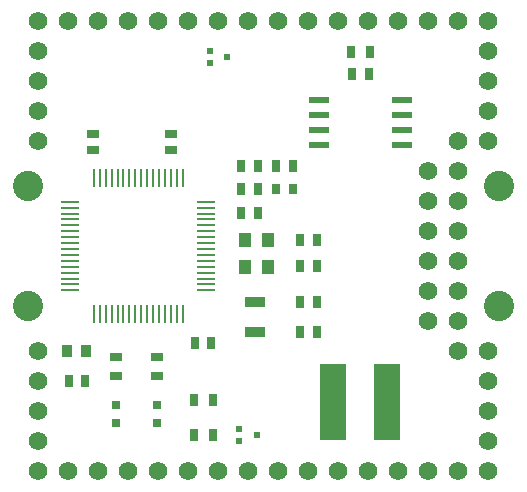
<source format=gts>
%TF.GenerationSoftware,KiCad,Pcbnew,5.1.6-c6e7f7d~87~ubuntu18.04.1*%
%TF.CreationDate,2020-07-28T21:03:19-04:00*%
%TF.ProjectId,ta-expt,74612d65-7870-4742-9e6b-696361645f70,rev?*%
%TF.SameCoordinates,Original*%
%TF.FileFunction,Soldermask,Top*%
%TF.FilePolarity,Negative*%
%FSLAX46Y46*%
G04 Gerber Fmt 4.6, Leading zero omitted, Abs format (unit mm)*
G04 Created by KiCad (PCBNEW 5.1.6-c6e7f7d~87~ubuntu18.04.1) date 2020-07-28 21:03:19*
%MOMM*%
%LPD*%
G01*
G04 APERTURE LIST*
%ADD10C,1.565400*%
%ADD11R,2.225400X6.425400*%
%ADD12R,0.725400X1.025400*%
%ADD13R,1.025400X0.725400*%
%ADD14R,0.725400X0.965400*%
%ADD15R,0.825400X1.025400*%
%ADD16R,1.485400X0.275400*%
%ADD17R,0.275400X1.485400*%
%ADD18R,1.775400X0.625400*%
%ADD19C,2.565400*%
%ADD20R,0.725400X0.725400*%
%ADD21R,0.625400X0.475400*%
%ADD22R,1.025400X1.225400*%
%ADD23R,1.725400X0.925400*%
G04 APERTURE END LIST*
D10*
%TO.C,J6*%
X174050000Y-124510000D03*
X174050000Y-121970000D03*
X174050000Y-119430000D03*
X174050000Y-116890000D03*
X171510000Y-116890000D03*
%TD*%
%TO.C,J5*%
X174050000Y-91490000D03*
X174050000Y-94030000D03*
X174050000Y-96570000D03*
X174050000Y-99110000D03*
X171510000Y-99110000D03*
%TD*%
%TO.C,J3*%
X135950000Y-91490000D03*
X135950000Y-94030000D03*
X135950000Y-96570000D03*
X135950000Y-99110000D03*
%TD*%
D11*
%TO.C,C15*%
X160900000Y-121200000D03*
X165500000Y-121200000D03*
%TD*%
D12*
%TO.C,C1*%
X139900000Y-119400000D03*
X138500000Y-119400000D03*
%TD*%
D13*
%TO.C,C2*%
X140600000Y-99900000D03*
X140600000Y-98500000D03*
%TD*%
%TO.C,C3*%
X147200000Y-99900000D03*
X147200000Y-98500000D03*
%TD*%
D12*
%TO.C,C4*%
X149200000Y-116200000D03*
X150600000Y-116200000D03*
%TD*%
%TO.C,C5*%
X153100000Y-103200000D03*
X154500000Y-103200000D03*
%TD*%
%TO.C,C6*%
X153100000Y-101200000D03*
X154500000Y-101200000D03*
%TD*%
%TO.C,C7*%
X156100000Y-101200000D03*
X157500000Y-101200000D03*
%TD*%
D14*
%TO.C,C8*%
X156100000Y-103200000D03*
X157500000Y-103200000D03*
%TD*%
D12*
%TO.C,C9*%
X153100000Y-105200000D03*
X154500000Y-105200000D03*
%TD*%
%TO.C,C11*%
X158100000Y-109700000D03*
X159500000Y-109700000D03*
%TD*%
%TO.C,C10*%
X158100000Y-107500000D03*
X159500000Y-107500000D03*
%TD*%
%TO.C,C13*%
X158100000Y-115300000D03*
X159500000Y-115300000D03*
%TD*%
%TO.C,C12*%
X158100000Y-112700000D03*
X159500000Y-112700000D03*
%TD*%
%TO.C,C14*%
X163900000Y-93400000D03*
X162500000Y-93400000D03*
%TD*%
D15*
%TO.C,FB1*%
X138400000Y-116900000D03*
X140000000Y-116900000D03*
%TD*%
D16*
%TO.C,IC1*%
X150138000Y-111750000D03*
X150138000Y-111250000D03*
X150138000Y-110750000D03*
X150138000Y-110250000D03*
X150138000Y-109750000D03*
X150138000Y-109250000D03*
X150138000Y-108750000D03*
X150138000Y-108250000D03*
X150138000Y-107750000D03*
X150138000Y-107250000D03*
X150138000Y-106750000D03*
X150138000Y-106250000D03*
X150138000Y-105750000D03*
X150138000Y-105250000D03*
X150138000Y-104750000D03*
X150138000Y-104250000D03*
D17*
X148150000Y-102262000D03*
X147650000Y-102262000D03*
X147150000Y-102262000D03*
X146650000Y-102262000D03*
X146150000Y-102262000D03*
X145650000Y-102262000D03*
X145150000Y-102262000D03*
X144650000Y-102262000D03*
X144150000Y-102262000D03*
X143650000Y-102262000D03*
X143150000Y-102262000D03*
X142650000Y-102262000D03*
X142150000Y-102262000D03*
X141650000Y-102262000D03*
X141150000Y-102262000D03*
X140650000Y-102262000D03*
D16*
X138662000Y-104250000D03*
X138662000Y-104750000D03*
X138662000Y-105250000D03*
X138662000Y-105750000D03*
X138662000Y-106250000D03*
X138662000Y-106750000D03*
X138662000Y-107250000D03*
X138662000Y-107750000D03*
X138662000Y-108250000D03*
X138662000Y-108750000D03*
X138662000Y-109250000D03*
X138662000Y-109750000D03*
X138662000Y-110250000D03*
X138662000Y-110750000D03*
X138662000Y-111250000D03*
X138662000Y-111750000D03*
D17*
X140650000Y-113738000D03*
X141150000Y-113738000D03*
X141650000Y-113738000D03*
X142150000Y-113738000D03*
X142650000Y-113738000D03*
X143150000Y-113738000D03*
X143650000Y-113738000D03*
X144150000Y-113738000D03*
X144650000Y-113738000D03*
X145150000Y-113738000D03*
X145650000Y-113738000D03*
X146150000Y-113738000D03*
X146650000Y-113738000D03*
X147150000Y-113738000D03*
X147650000Y-113738000D03*
X148150000Y-113738000D03*
%TD*%
D18*
%TO.C,IC2*%
X159668000Y-95595000D03*
X159668000Y-96865000D03*
X159668000Y-98135000D03*
X159668000Y-99405000D03*
X166732000Y-99405000D03*
X166732000Y-98135000D03*
X166732000Y-96865000D03*
X166732000Y-95595000D03*
%TD*%
D10*
%TO.C,J4*%
X135950000Y-124510000D03*
X135950000Y-121970000D03*
X135950000Y-119430000D03*
X135950000Y-116890000D03*
%TD*%
%TO.C,J1*%
X174050000Y-88950000D03*
X171510000Y-88950000D03*
X168970000Y-88950000D03*
X166430000Y-88950000D03*
X163890000Y-88950000D03*
X161350000Y-88950000D03*
X158810000Y-88950000D03*
X156270000Y-88950000D03*
X153730000Y-88950000D03*
X151190000Y-88950000D03*
X148650000Y-88950000D03*
X146110000Y-88950000D03*
X143570000Y-88950000D03*
X141030000Y-88950000D03*
X138490000Y-88950000D03*
X135950000Y-88950000D03*
%TD*%
%TO.C,J2*%
X174050000Y-127050000D03*
X171510000Y-127050000D03*
X168970000Y-127050000D03*
X166430000Y-127050000D03*
X163890000Y-127050000D03*
X161350000Y-127050000D03*
X158810000Y-127050000D03*
X156270000Y-127050000D03*
X153730000Y-127050000D03*
X151190000Y-127050000D03*
X148650000Y-127050000D03*
X146110000Y-127050000D03*
X143570000Y-127050000D03*
X141030000Y-127050000D03*
X138490000Y-127050000D03*
X135950000Y-127050000D03*
%TD*%
%TO.C,J8*%
X168970000Y-101650000D03*
X171510000Y-101650000D03*
X168970000Y-104190000D03*
X171510000Y-104190000D03*
X168970000Y-106730000D03*
X171510000Y-106730000D03*
X168970000Y-109270000D03*
X171510000Y-109270000D03*
X168970000Y-111810000D03*
X171510000Y-111810000D03*
X168970000Y-114350000D03*
X171510000Y-114350000D03*
%TD*%
D19*
%TO.C,J7*%
X174960000Y-113080000D03*
X135040000Y-113080000D03*
X174960000Y-102920000D03*
X135040000Y-102920000D03*
%TD*%
D20*
%TO.C,LED1*%
X142500000Y-122950000D03*
X142500000Y-121450000D03*
%TD*%
%TO.C,LED2*%
X146000000Y-122950000D03*
X146000000Y-121450000D03*
%TD*%
D21*
%TO.C,Q1*%
X150445000Y-91500000D03*
X150445000Y-92500000D03*
X151955000Y-92000000D03*
%TD*%
%TO.C,Q2*%
X152945000Y-123500000D03*
X152945000Y-124500000D03*
X154455000Y-124000000D03*
%TD*%
D13*
%TO.C,R1*%
X142500000Y-117400000D03*
X142500000Y-119000000D03*
%TD*%
%TO.C,R2*%
X146000000Y-117400000D03*
X146000000Y-119000000D03*
%TD*%
D12*
%TO.C,R4*%
X150700000Y-124000000D03*
X149100000Y-124000000D03*
%TD*%
%TO.C,R3*%
X149100000Y-121000000D03*
X150700000Y-121000000D03*
%TD*%
%TO.C,R5*%
X164000000Y-91600000D03*
X162400000Y-91600000D03*
%TD*%
D22*
%TO.C,Y1*%
X155350000Y-109750000D03*
X155350000Y-107450000D03*
X153450000Y-107450000D03*
X153450000Y-109750000D03*
%TD*%
D23*
%TO.C,Y2*%
X154300000Y-115275000D03*
X154300000Y-112725000D03*
%TD*%
M02*

</source>
